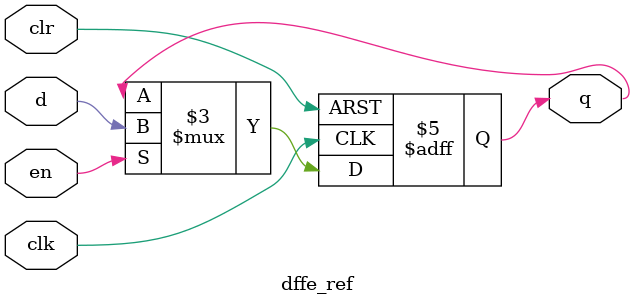
<source format=v>
module dffe_ref(q, d, clk, en, clr);

    input d, clk, en, clr;
        
    output q;
    
    reg q;
    
    initial 
    begin
        q = 1'b0;
    end 
    
    always @(posedge clk or posedge clr) begin
    
        if (clr) begin
            q <= 1'b0;
        
        end else if (en) begin
            q <= d;
        end
    end        
   
endmodule 
</source>
